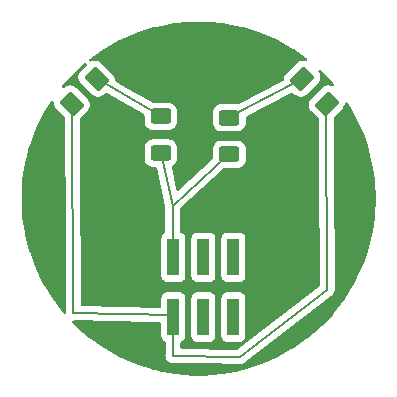
<source format=gbl>
%TF.GenerationSoftware,KiCad,Pcbnew,(6.99.0-2452-gdb4f2d9dd8)*%
%TF.CreationDate,2022-07-19T13:16:04+04:00*%
%TF.ProjectId,sticker holder,73746963-6b65-4722-9068-6f6c6465722e,rev?*%
%TF.SameCoordinates,Original*%
%TF.FileFunction,Copper,L2,Bot*%
%TF.FilePolarity,Positive*%
%FSLAX46Y46*%
G04 Gerber Fmt 4.6, Leading zero omitted, Abs format (unit mm)*
G04 Created by KiCad (PCBNEW (6.99.0-2452-gdb4f2d9dd8)) date 2022-07-19 13:16:04*
%MOMM*%
%LPD*%
G01*
G04 APERTURE LIST*
G04 Aperture macros list*
%AMRoundRect*
0 Rectangle with rounded corners*
0 $1 Rounding radius*
0 $2 $3 $4 $5 $6 $7 $8 $9 X,Y pos of 4 corners*
0 Add a 4 corners polygon primitive as box body*
4,1,4,$2,$3,$4,$5,$6,$7,$8,$9,$2,$3,0*
0 Add four circle primitives for the rounded corners*
1,1,$1+$1,$2,$3*
1,1,$1+$1,$4,$5*
1,1,$1+$1,$6,$7*
1,1,$1+$1,$8,$9*
0 Add four rect primitives between the rounded corners*
20,1,$1+$1,$2,$3,$4,$5,0*
20,1,$1+$1,$4,$5,$6,$7,0*
20,1,$1+$1,$6,$7,$8,$9,0*
20,1,$1+$1,$8,$9,$2,$3,0*%
G04 Aperture macros list end*
%TA.AperFunction,NonConductor*%
%ADD10C,0.200000*%
%TD*%
%TA.AperFunction,SMDPad,CuDef*%
%ADD11R,1.000000X3.150000*%
%TD*%
%TA.AperFunction,SMDPad,CuDef*%
%ADD12RoundRect,0.250000X0.625000X-0.400000X0.625000X0.400000X-0.625000X0.400000X-0.625000X-0.400000X0*%
%TD*%
%TA.AperFunction,SMDPad,CuDef*%
%ADD13RoundRect,0.250001X-0.768977X-0.114905X-0.114905X-0.768977X0.768977X0.114905X0.114905X0.768977X0*%
%TD*%
%TA.AperFunction,SMDPad,CuDef*%
%ADD14RoundRect,0.250001X0.114905X-0.768977X0.768977X-0.114905X-0.114905X0.768977X-0.768977X0.114905X0*%
%TD*%
G04 APERTURE END LIST*
D10*
X112500000Y-74100000D02*
X107000000Y-70900000D01*
X113500000Y-94400000D02*
X113600000Y-91000000D01*
X118300000Y-74200000D02*
X124600000Y-70900000D01*
X105100000Y-90800000D02*
X113600000Y-91000000D01*
X113500000Y-81700000D02*
X118200000Y-77400000D01*
X119200000Y-94500000D02*
X113500000Y-94400000D01*
X113500000Y-81700000D02*
X112500000Y-77200000D01*
X126600000Y-88800000D02*
X119200000Y-94500000D01*
X113500000Y-86000000D02*
X113500000Y-81700000D01*
X126500000Y-73000000D02*
X126600000Y-88800000D01*
X105000000Y-73100000D02*
X105100000Y-90800000D01*
D11*
X113559999Y-86074999D03*
X113559999Y-91124999D03*
X116099999Y-86074999D03*
X116099999Y-91124999D03*
X118639999Y-86074999D03*
X118639999Y-91124999D03*
D12*
X118300000Y-77350000D03*
X118300000Y-74250000D03*
X112500000Y-77250000D03*
X112500000Y-74150000D03*
D13*
X124448179Y-70948179D03*
X126551821Y-73051821D03*
D14*
X104948179Y-73051821D03*
X107051821Y-70948179D03*
%TA.AperFunction,NonConductor*%
G36*
X103375889Y-72823387D02*
G01*
X103415094Y-72882577D01*
X103420700Y-72919743D01*
X103420700Y-73025572D01*
X103422391Y-73032706D01*
X103422391Y-73032708D01*
X103439087Y-73103155D01*
X103461591Y-73198105D01*
X103541169Y-73356557D01*
X103545515Y-73361892D01*
X103593681Y-73421019D01*
X103607120Y-73437517D01*
X104361254Y-74191651D01*
X104395280Y-74253963D01*
X104398156Y-74280029D01*
X104454022Y-84168179D01*
X104491053Y-90722626D01*
X104471436Y-90790859D01*
X104418044Y-90837654D01*
X104347828Y-90848155D01*
X104283082Y-90819027D01*
X104268300Y-90804050D01*
X104253473Y-90786276D01*
X104250590Y-90782689D01*
X103424335Y-89715255D01*
X103419434Y-89708470D01*
X103416715Y-89704429D01*
X103335069Y-89583084D01*
X103332749Y-89579502D01*
X102611867Y-88422952D01*
X102607579Y-88415521D01*
X102543460Y-88295096D01*
X102541607Y-88291473D01*
X101934851Y-87054517D01*
X101931259Y-87046498D01*
X101886279Y-86935897D01*
X101884839Y-86932191D01*
X101740369Y-86542111D01*
X101400361Y-85624064D01*
X101397552Y-85615558D01*
X101369659Y-85519731D01*
X101368671Y-85516139D01*
X101014038Y-84146464D01*
X101012063Y-84137497D01*
X100998245Y-84061671D01*
X100997667Y-84058223D01*
X100972949Y-83896875D01*
X100779944Y-82637004D01*
X100778868Y-82627656D01*
X100774953Y-82577077D01*
X100774739Y-82573735D01*
X100701096Y-81121604D01*
X100700976Y-81118466D01*
X100700584Y-81103244D01*
X100700584Y-81096756D01*
X100700976Y-81081534D01*
X100701096Y-81078396D01*
X100774739Y-79626265D01*
X100774953Y-79622923D01*
X100778868Y-79572344D01*
X100779945Y-79562988D01*
X100941210Y-78510312D01*
X100997668Y-78141772D01*
X100998245Y-78138328D01*
X101012063Y-78062503D01*
X101014038Y-78053536D01*
X101076848Y-77810950D01*
X101368677Y-76683840D01*
X101369659Y-76680269D01*
X101397552Y-76584442D01*
X101400361Y-76575936D01*
X101740369Y-75657889D01*
X101884839Y-75267809D01*
X101886279Y-75264103D01*
X101931259Y-75153502D01*
X101934853Y-75145479D01*
X102541607Y-73908527D01*
X102543460Y-73904904D01*
X102607583Y-73784472D01*
X102611867Y-73777048D01*
X103098970Y-72995563D01*
X103187771Y-72853094D01*
X103240779Y-72805864D01*
X103310906Y-72794790D01*
X103375889Y-72823387D01*
G37*
%TD.AperFunction*%
%TA.AperFunction,NonConductor*%
G36*
X116356753Y-66119419D02*
G01*
X116565795Y-66130195D01*
X116572055Y-66130674D01*
X117866489Y-66262305D01*
X117873132Y-66263160D01*
X118078786Y-66295190D01*
X118084760Y-66296268D01*
X118829671Y-66449351D01*
X119360892Y-66558519D01*
X119367607Y-66560093D01*
X119566596Y-66612498D01*
X119572228Y-66614121D01*
X120817989Y-67004981D01*
X120824695Y-67007296D01*
X121013893Y-67078621D01*
X121019135Y-67080732D01*
X122222644Y-67597199D01*
X122229289Y-67600283D01*
X122405788Y-67688503D01*
X122410602Y-67691040D01*
X123560271Y-68329158D01*
X123566746Y-68333010D01*
X123728062Y-68435617D01*
X123732404Y-68438507D01*
X124816973Y-69193389D01*
X124823191Y-69198007D01*
X124852959Y-69221568D01*
X124893960Y-69279528D01*
X124897116Y-69350455D01*
X124861425Y-69411828D01*
X124798219Y-69444163D01*
X124745705Y-69442970D01*
X124692322Y-69430318D01*
X124658876Y-69422391D01*
X124658874Y-69422391D01*
X124651740Y-69420700D01*
X124474428Y-69420700D01*
X124467294Y-69422391D01*
X124467292Y-69422391D01*
X124433846Y-69430318D01*
X124301895Y-69461591D01*
X124143443Y-69541169D01*
X124062483Y-69607120D01*
X123107120Y-70562483D01*
X123041169Y-70643443D01*
X122961591Y-70801895D01*
X122920700Y-70974428D01*
X122920700Y-71016467D01*
X122900698Y-71084588D01*
X122853165Y-71128082D01*
X119117294Y-73084967D01*
X119046024Y-73098700D01*
X118978732Y-73091825D01*
X118978720Y-73091824D01*
X118975545Y-73091500D01*
X118300106Y-73091500D01*
X117624456Y-73091501D01*
X117621279Y-73091826D01*
X117621270Y-73091826D01*
X117572533Y-73096805D01*
X117520574Y-73102113D01*
X117352262Y-73157885D01*
X117201348Y-73250970D01*
X117075970Y-73376348D01*
X116982885Y-73527262D01*
X116980578Y-73534225D01*
X116935721Y-73669597D01*
X116927113Y-73695574D01*
X116926415Y-73702408D01*
X116926414Y-73702412D01*
X116925733Y-73709082D01*
X116916500Y-73799455D01*
X116916501Y-74700544D01*
X116916826Y-74703721D01*
X116916826Y-74703730D01*
X116917564Y-74710950D01*
X116927113Y-74804426D01*
X116982885Y-74972738D01*
X117075970Y-75123652D01*
X117201348Y-75249030D01*
X117352262Y-75342115D01*
X117415807Y-75363171D01*
X117514048Y-75395725D01*
X117514052Y-75395726D01*
X117520574Y-75397887D01*
X117527408Y-75398585D01*
X117527412Y-75398586D01*
X117621271Y-75408175D01*
X117621277Y-75408175D01*
X117624455Y-75408500D01*
X118299894Y-75408500D01*
X118975544Y-75408499D01*
X118978721Y-75408174D01*
X118978730Y-75408174D01*
X119027467Y-75403195D01*
X119079426Y-75397887D01*
X119247738Y-75342115D01*
X119398652Y-75249030D01*
X119524030Y-75123652D01*
X119617115Y-74972738D01*
X119638171Y-74909193D01*
X119670725Y-74810952D01*
X119670726Y-74810948D01*
X119672887Y-74804426D01*
X119683104Y-74704426D01*
X119683175Y-74703729D01*
X119683175Y-74703723D01*
X119683500Y-74700545D01*
X119683499Y-74238474D01*
X119703501Y-74170353D01*
X119751033Y-74126860D01*
X121423186Y-73250970D01*
X123553492Y-72135096D01*
X123623117Y-72121206D01*
X123689198Y-72147163D01*
X123701052Y-72157616D01*
X123832674Y-72289238D01*
X123913633Y-72355189D01*
X124072085Y-72434767D01*
X124158352Y-72455213D01*
X124237482Y-72473967D01*
X124237484Y-72473967D01*
X124244618Y-72475658D01*
X124421930Y-72475658D01*
X124429064Y-72473967D01*
X124429066Y-72473967D01*
X124508196Y-72455213D01*
X124594463Y-72434767D01*
X124752915Y-72355189D01*
X124833875Y-72289238D01*
X125789238Y-71333875D01*
X125855189Y-71252915D01*
X125934767Y-71094463D01*
X125975658Y-70921930D01*
X125975658Y-70744618D01*
X125934767Y-70572085D01*
X125855189Y-70413633D01*
X125850846Y-70408302D01*
X125850843Y-70408297D01*
X125841197Y-70396457D01*
X125813680Y-70331010D01*
X125825915Y-70261076D01*
X125874017Y-70208858D01*
X125942714Y-70190935D01*
X126010196Y-70212998D01*
X126026826Y-70226642D01*
X126110482Y-70308171D01*
X126113865Y-70311596D01*
X127036236Y-71281930D01*
X127041665Y-71288025D01*
X127133600Y-71398228D01*
X127161878Y-71463350D01*
X127150460Y-71533423D01*
X127102971Y-71586198D01*
X127034487Y-71604921D01*
X126980298Y-71591540D01*
X126934476Y-71568527D01*
X126934468Y-71568524D01*
X126927915Y-71565233D01*
X126793698Y-71533423D01*
X126762518Y-71526033D01*
X126762516Y-71526033D01*
X126755382Y-71524342D01*
X126578070Y-71524342D01*
X126570936Y-71526033D01*
X126570934Y-71526033D01*
X126539754Y-71533423D01*
X126405537Y-71565233D01*
X126247085Y-71644811D01*
X126166125Y-71710762D01*
X125210762Y-72666125D01*
X125144811Y-72747085D01*
X125065233Y-72905537D01*
X125063542Y-72912673D01*
X125029673Y-73055578D01*
X125024342Y-73078070D01*
X125024342Y-73255382D01*
X125065233Y-73427915D01*
X125144811Y-73586367D01*
X125210762Y-73667326D01*
X125863499Y-74320063D01*
X125897525Y-74382375D01*
X125900401Y-74408361D01*
X125928144Y-78791718D01*
X125989103Y-88422952D01*
X125989208Y-88439596D01*
X125969638Y-88507842D01*
X125940101Y-88540212D01*
X119032514Y-93860920D01*
X118966343Y-93886642D01*
X118953421Y-93887080D01*
X114253822Y-93804632D01*
X114186064Y-93783438D01*
X114140520Y-93728975D01*
X114130088Y-93674947D01*
X114141227Y-93296222D01*
X114163224Y-93228718D01*
X114223140Y-93181870D01*
X114277833Y-93161471D01*
X114297762Y-93154038D01*
X114297764Y-93154037D01*
X114306204Y-93150889D01*
X114313421Y-93145487D01*
X114416050Y-93068659D01*
X114423261Y-93063261D01*
X114510889Y-92946204D01*
X114561989Y-92809201D01*
X114568500Y-92748638D01*
X115091500Y-92748638D01*
X115098011Y-92809201D01*
X115149111Y-92946204D01*
X115236739Y-93063261D01*
X115243950Y-93068659D01*
X115346580Y-93145487D01*
X115353796Y-93150889D01*
X115490799Y-93201989D01*
X115527705Y-93205957D01*
X115548012Y-93208140D01*
X115548015Y-93208140D01*
X115551362Y-93208500D01*
X116648638Y-93208500D01*
X116651985Y-93208140D01*
X116651988Y-93208140D01*
X116672295Y-93205957D01*
X116709201Y-93201989D01*
X116846204Y-93150889D01*
X116853421Y-93145487D01*
X116956050Y-93068659D01*
X116963261Y-93063261D01*
X117050889Y-92946204D01*
X117101989Y-92809201D01*
X117108500Y-92748638D01*
X117631500Y-92748638D01*
X117638011Y-92809201D01*
X117689111Y-92946204D01*
X117776739Y-93063261D01*
X117783950Y-93068659D01*
X117886580Y-93145487D01*
X117893796Y-93150889D01*
X118030799Y-93201989D01*
X118067705Y-93205957D01*
X118088012Y-93208140D01*
X118088015Y-93208140D01*
X118091362Y-93208500D01*
X119188638Y-93208500D01*
X119191985Y-93208140D01*
X119191988Y-93208140D01*
X119212295Y-93205957D01*
X119249201Y-93201989D01*
X119386204Y-93150889D01*
X119393421Y-93145487D01*
X119496050Y-93068659D01*
X119503261Y-93063261D01*
X119590889Y-92946204D01*
X119641989Y-92809201D01*
X119648500Y-92748638D01*
X119648500Y-89501362D01*
X119641989Y-89440799D01*
X119590889Y-89303796D01*
X119556405Y-89257730D01*
X119508659Y-89193950D01*
X119503261Y-89186739D01*
X119445602Y-89143576D01*
X119393418Y-89104511D01*
X119393416Y-89104510D01*
X119386204Y-89099111D01*
X119249201Y-89048011D01*
X119212295Y-89044043D01*
X119191988Y-89041860D01*
X119191985Y-89041860D01*
X119188638Y-89041500D01*
X118091362Y-89041500D01*
X118088015Y-89041860D01*
X118088012Y-89041860D01*
X118067705Y-89044043D01*
X118030799Y-89048011D01*
X117893796Y-89099111D01*
X117886584Y-89104510D01*
X117886582Y-89104511D01*
X117834398Y-89143576D01*
X117776739Y-89186739D01*
X117771341Y-89193950D01*
X117723596Y-89257730D01*
X117689111Y-89303796D01*
X117638011Y-89440799D01*
X117631500Y-89501362D01*
X117631500Y-92748638D01*
X117108500Y-92748638D01*
X117108500Y-89501362D01*
X117101989Y-89440799D01*
X117050889Y-89303796D01*
X117016405Y-89257730D01*
X116968659Y-89193950D01*
X116963261Y-89186739D01*
X116905602Y-89143576D01*
X116853418Y-89104511D01*
X116853416Y-89104510D01*
X116846204Y-89099111D01*
X116709201Y-89048011D01*
X116672295Y-89044043D01*
X116651988Y-89041860D01*
X116651985Y-89041860D01*
X116648638Y-89041500D01*
X115551362Y-89041500D01*
X115548015Y-89041860D01*
X115548012Y-89041860D01*
X115527705Y-89044043D01*
X115490799Y-89048011D01*
X115353796Y-89099111D01*
X115346584Y-89104510D01*
X115346582Y-89104511D01*
X115294398Y-89143576D01*
X115236739Y-89186739D01*
X115231341Y-89193950D01*
X115183596Y-89257730D01*
X115149111Y-89303796D01*
X115098011Y-89440799D01*
X115091500Y-89501362D01*
X115091500Y-92748638D01*
X114568500Y-92748638D01*
X114568500Y-89501362D01*
X114561989Y-89440799D01*
X114510889Y-89303796D01*
X114476405Y-89257730D01*
X114428659Y-89193950D01*
X114423261Y-89186739D01*
X114365602Y-89143576D01*
X114313418Y-89104511D01*
X114313416Y-89104510D01*
X114306204Y-89099111D01*
X114169201Y-89048011D01*
X114132295Y-89044043D01*
X114111988Y-89041860D01*
X114111985Y-89041860D01*
X114108638Y-89041500D01*
X113011362Y-89041500D01*
X113008015Y-89041860D01*
X113008012Y-89041860D01*
X112987705Y-89044043D01*
X112950799Y-89048011D01*
X112813796Y-89099111D01*
X112806584Y-89104510D01*
X112806582Y-89104511D01*
X112754398Y-89143576D01*
X112696739Y-89186739D01*
X112691341Y-89193950D01*
X112643596Y-89257730D01*
X112609111Y-89303796D01*
X112558011Y-89440799D01*
X112551500Y-89501362D01*
X112551500Y-90237662D01*
X112531498Y-90305783D01*
X112477842Y-90352276D01*
X112422538Y-90363627D01*
X105827494Y-90208449D01*
X105759864Y-90186850D01*
X105714646Y-90132116D01*
X105704461Y-90083196D01*
X105638126Y-78342115D01*
X105629410Y-76799455D01*
X111116500Y-76799455D01*
X111116501Y-77700544D01*
X111127113Y-77804426D01*
X111182885Y-77972738D01*
X111275970Y-78123652D01*
X111401348Y-78249030D01*
X111552262Y-78342115D01*
X111615807Y-78363171D01*
X111714048Y-78395725D01*
X111714052Y-78395726D01*
X111720574Y-78397887D01*
X111727408Y-78398585D01*
X111727412Y-78398586D01*
X111821271Y-78408175D01*
X111821277Y-78408175D01*
X111824455Y-78408500D01*
X112044138Y-78408500D01*
X112112259Y-78428502D01*
X112158752Y-78482158D01*
X112167138Y-78507167D01*
X112888500Y-81753298D01*
X112891500Y-81780631D01*
X112891500Y-83933383D01*
X112871498Y-84001504D01*
X112825887Y-84043970D01*
X112822240Y-84045962D01*
X112813796Y-84049111D01*
X112696739Y-84136739D01*
X112609111Y-84253796D01*
X112558011Y-84390799D01*
X112551500Y-84451362D01*
X112551500Y-87698638D01*
X112558011Y-87759201D01*
X112609111Y-87896204D01*
X112696739Y-88013261D01*
X112813796Y-88100889D01*
X112950799Y-88151989D01*
X112987705Y-88155957D01*
X113008012Y-88158140D01*
X113008015Y-88158140D01*
X113011362Y-88158500D01*
X114108638Y-88158500D01*
X114111985Y-88158140D01*
X114111988Y-88158140D01*
X114132295Y-88155957D01*
X114169201Y-88151989D01*
X114306204Y-88100889D01*
X114423261Y-88013261D01*
X114510889Y-87896204D01*
X114561989Y-87759201D01*
X114568500Y-87698638D01*
X115091500Y-87698638D01*
X115098011Y-87759201D01*
X115149111Y-87896204D01*
X115236739Y-88013261D01*
X115353796Y-88100889D01*
X115490799Y-88151989D01*
X115527705Y-88155957D01*
X115548012Y-88158140D01*
X115548015Y-88158140D01*
X115551362Y-88158500D01*
X116648638Y-88158500D01*
X116651985Y-88158140D01*
X116651988Y-88158140D01*
X116672295Y-88155957D01*
X116709201Y-88151989D01*
X116846204Y-88100889D01*
X116963261Y-88013261D01*
X117050889Y-87896204D01*
X117101989Y-87759201D01*
X117108500Y-87698638D01*
X117631500Y-87698638D01*
X117638011Y-87759201D01*
X117689111Y-87896204D01*
X117776739Y-88013261D01*
X117893796Y-88100889D01*
X118030799Y-88151989D01*
X118067705Y-88155957D01*
X118088012Y-88158140D01*
X118088015Y-88158140D01*
X118091362Y-88158500D01*
X119188638Y-88158500D01*
X119191985Y-88158140D01*
X119191988Y-88158140D01*
X119212295Y-88155957D01*
X119249201Y-88151989D01*
X119386204Y-88100889D01*
X119503261Y-88013261D01*
X119590889Y-87896204D01*
X119641989Y-87759201D01*
X119648500Y-87698638D01*
X119648500Y-84451362D01*
X119641989Y-84390799D01*
X119590889Y-84253796D01*
X119503261Y-84136739D01*
X119403064Y-84061732D01*
X119393418Y-84054511D01*
X119393416Y-84054510D01*
X119386204Y-84049111D01*
X119249201Y-83998011D01*
X119212295Y-83994043D01*
X119191988Y-83991860D01*
X119191985Y-83991860D01*
X119188638Y-83991500D01*
X118091362Y-83991500D01*
X118088015Y-83991860D01*
X118088012Y-83991860D01*
X118067705Y-83994043D01*
X118030799Y-83998011D01*
X117893796Y-84049111D01*
X117886584Y-84054510D01*
X117886582Y-84054511D01*
X117876936Y-84061732D01*
X117776739Y-84136739D01*
X117689111Y-84253796D01*
X117638011Y-84390799D01*
X117631500Y-84451362D01*
X117631500Y-87698638D01*
X117108500Y-87698638D01*
X117108500Y-84451362D01*
X117101989Y-84390799D01*
X117050889Y-84253796D01*
X116963261Y-84136739D01*
X116863064Y-84061732D01*
X116853418Y-84054511D01*
X116853416Y-84054510D01*
X116846204Y-84049111D01*
X116709201Y-83998011D01*
X116672295Y-83994043D01*
X116651988Y-83991860D01*
X116651985Y-83991860D01*
X116648638Y-83991500D01*
X115551362Y-83991500D01*
X115548015Y-83991860D01*
X115548012Y-83991860D01*
X115527705Y-83994043D01*
X115490799Y-83998011D01*
X115353796Y-84049111D01*
X115346584Y-84054510D01*
X115346582Y-84054511D01*
X115336936Y-84061732D01*
X115236739Y-84136739D01*
X115149111Y-84253796D01*
X115098011Y-84390799D01*
X115091500Y-84451362D01*
X115091500Y-87698638D01*
X114568500Y-87698638D01*
X114568500Y-84451362D01*
X114561989Y-84390799D01*
X114510889Y-84253796D01*
X114423261Y-84136739D01*
X114323064Y-84061732D01*
X114313418Y-84054511D01*
X114313416Y-84054510D01*
X114306204Y-84049111D01*
X114190467Y-84005943D01*
X114133632Y-83963396D01*
X114108821Y-83896875D01*
X114108500Y-83887887D01*
X114108500Y-82023531D01*
X114128502Y-81955410D01*
X114149448Y-81930568D01*
X117853738Y-78541537D01*
X117917500Y-78510312D01*
X117938790Y-78508500D01*
X118908797Y-78508499D01*
X118975544Y-78508499D01*
X118978721Y-78508174D01*
X118978730Y-78508174D01*
X119027467Y-78503195D01*
X119079426Y-78497887D01*
X119247738Y-78442115D01*
X119398652Y-78349030D01*
X119524030Y-78223652D01*
X119617115Y-78072738D01*
X119638171Y-78009193D01*
X119670725Y-77910952D01*
X119670726Y-77910948D01*
X119672887Y-77904426D01*
X119683104Y-77804426D01*
X119683175Y-77803729D01*
X119683175Y-77803723D01*
X119683500Y-77800545D01*
X119683499Y-76899456D01*
X119672887Y-76795574D01*
X119617115Y-76627262D01*
X119524030Y-76476348D01*
X119398652Y-76350970D01*
X119247738Y-76257885D01*
X119184193Y-76236829D01*
X119085952Y-76204275D01*
X119085948Y-76204274D01*
X119079426Y-76202113D01*
X119072592Y-76201415D01*
X119072588Y-76201414D01*
X118978729Y-76191825D01*
X118978723Y-76191825D01*
X118975545Y-76191500D01*
X118300106Y-76191500D01*
X117624456Y-76191501D01*
X117621279Y-76191826D01*
X117621270Y-76191826D01*
X117572533Y-76196805D01*
X117520574Y-76202113D01*
X117352262Y-76257885D01*
X117201348Y-76350970D01*
X117075970Y-76476348D01*
X116982885Y-76627262D01*
X116927113Y-76795574D01*
X116926415Y-76802408D01*
X116926414Y-76802412D01*
X116916825Y-76896270D01*
X116916500Y-76899455D01*
X116916500Y-76902660D01*
X116916501Y-77694022D01*
X116896499Y-77762143D01*
X116875553Y-77786985D01*
X114026493Y-80393572D01*
X113962732Y-80424796D01*
X113892211Y-80416592D01*
X113837321Y-80371564D01*
X113818442Y-80327941D01*
X113405104Y-78467919D01*
X113409853Y-78397082D01*
X113452145Y-78340056D01*
X113461957Y-78333345D01*
X113592404Y-78252884D01*
X113592405Y-78252883D01*
X113598652Y-78249030D01*
X113724030Y-78123652D01*
X113817115Y-77972738D01*
X113872887Y-77804426D01*
X113878497Y-77749522D01*
X113883175Y-77703729D01*
X113883175Y-77703723D01*
X113883500Y-77700545D01*
X113883499Y-76799456D01*
X113883103Y-76795574D01*
X113878195Y-76747533D01*
X113872887Y-76695574D01*
X113817115Y-76527262D01*
X113724030Y-76376348D01*
X113598652Y-76250970D01*
X113447738Y-76157885D01*
X113384193Y-76136829D01*
X113285952Y-76104275D01*
X113285948Y-76104274D01*
X113279426Y-76102113D01*
X113272592Y-76101415D01*
X113272588Y-76101414D01*
X113178729Y-76091825D01*
X113178723Y-76091825D01*
X113175545Y-76091500D01*
X112500106Y-76091500D01*
X111824456Y-76091501D01*
X111821279Y-76091826D01*
X111821270Y-76091826D01*
X111772533Y-76096805D01*
X111720574Y-76102113D01*
X111552262Y-76157885D01*
X111401348Y-76250970D01*
X111275970Y-76376348D01*
X111182885Y-76527262D01*
X111166756Y-76575936D01*
X111147442Y-76634225D01*
X111127113Y-76695574D01*
X111126415Y-76702408D01*
X111126414Y-76702412D01*
X111116825Y-76796270D01*
X111116500Y-76799455D01*
X105629410Y-76799455D01*
X105615818Y-74393649D01*
X105635435Y-74325417D01*
X105652721Y-74303843D01*
X106289238Y-73667326D01*
X106355189Y-73586367D01*
X106434767Y-73427915D01*
X106475658Y-73255382D01*
X106475658Y-73078070D01*
X106470328Y-73055578D01*
X106436458Y-72912673D01*
X106434767Y-72905537D01*
X106355189Y-72747085D01*
X106289238Y-72666125D01*
X105333875Y-71710762D01*
X105252915Y-71644811D01*
X105094463Y-71565233D01*
X104960246Y-71533423D01*
X104929066Y-71526033D01*
X104929064Y-71526033D01*
X104921930Y-71524342D01*
X104744618Y-71524342D01*
X104737484Y-71526033D01*
X104737482Y-71526033D01*
X104706302Y-71533423D01*
X104572085Y-71565233D01*
X104413633Y-71644811D01*
X104408298Y-71649157D01*
X104347023Y-71699073D01*
X104281576Y-71726589D01*
X104211642Y-71714353D01*
X104159424Y-71666251D01*
X104141502Y-71597554D01*
X104167806Y-71524259D01*
X104250590Y-71417311D01*
X104253475Y-71413721D01*
X104358335Y-71288025D01*
X104363764Y-71281930D01*
X105286135Y-70311596D01*
X105289518Y-70308171D01*
X105337841Y-70261076D01*
X105414468Y-70186397D01*
X105420329Y-70181035D01*
X105814280Y-69842840D01*
X106029428Y-69658141D01*
X106094144Y-69628946D01*
X106164371Y-69639374D01*
X106217812Y-69686113D01*
X106237500Y-69754325D01*
X106217184Y-69822353D01*
X106200596Y-69842840D01*
X105710762Y-70332674D01*
X105644811Y-70413633D01*
X105565233Y-70572085D01*
X105524342Y-70744618D01*
X105524342Y-70921930D01*
X105565233Y-71094463D01*
X105644811Y-71252915D01*
X105710762Y-71333875D01*
X106666125Y-72289238D01*
X106747085Y-72355189D01*
X106905537Y-72434767D01*
X106991804Y-72455213D01*
X107070934Y-72473967D01*
X107070936Y-72473967D01*
X107078070Y-72475658D01*
X107255382Y-72475658D01*
X107262516Y-72473967D01*
X107262518Y-72473967D01*
X107341648Y-72455213D01*
X107427915Y-72434767D01*
X107586367Y-72355189D01*
X107667326Y-72289238D01*
X107786467Y-72170097D01*
X107848779Y-72136071D01*
X107919594Y-72141136D01*
X107938927Y-72150284D01*
X111053865Y-73962611D01*
X111102686Y-74014157D01*
X111116500Y-74071519D01*
X111116501Y-74341043D01*
X111116501Y-74600544D01*
X111127113Y-74704426D01*
X111182885Y-74872738D01*
X111275970Y-75023652D01*
X111401348Y-75149030D01*
X111552262Y-75242115D01*
X111615807Y-75263171D01*
X111714048Y-75295725D01*
X111714052Y-75295726D01*
X111720574Y-75297887D01*
X111727408Y-75298585D01*
X111727412Y-75298586D01*
X111821271Y-75308175D01*
X111821277Y-75308175D01*
X111824455Y-75308500D01*
X112499894Y-75308500D01*
X113175544Y-75308499D01*
X113178721Y-75308174D01*
X113178730Y-75308174D01*
X113227467Y-75303195D01*
X113279426Y-75297887D01*
X113447738Y-75242115D01*
X113598652Y-75149030D01*
X113724030Y-75023652D01*
X113817115Y-74872738D01*
X113872887Y-74704426D01*
X113873612Y-74697338D01*
X113883175Y-74603729D01*
X113883175Y-74603723D01*
X113883500Y-74600545D01*
X113883499Y-73699456D01*
X113883103Y-73695574D01*
X113873585Y-73602411D01*
X113872887Y-73595574D01*
X113817115Y-73427262D01*
X113724030Y-73276348D01*
X113598652Y-73150970D01*
X113447738Y-73057885D01*
X113384193Y-73036829D01*
X113285952Y-73004275D01*
X113285948Y-73004274D01*
X113279426Y-73002113D01*
X113272592Y-73001415D01*
X113272588Y-73001414D01*
X113178729Y-72991825D01*
X113178723Y-72991825D01*
X113175545Y-72991500D01*
X112928131Y-72991500D01*
X111838753Y-72991501D01*
X111775388Y-72974409D01*
X111736825Y-72951972D01*
X109583404Y-71699073D01*
X108641935Y-71151309D01*
X108593114Y-71099763D01*
X108579300Y-71042401D01*
X108579300Y-70974428D01*
X108538409Y-70801895D01*
X108458831Y-70643443D01*
X108392880Y-70562483D01*
X107437517Y-69607120D01*
X107356557Y-69541169D01*
X107198105Y-69461591D01*
X107066154Y-69430318D01*
X107032708Y-69422391D01*
X107032706Y-69422391D01*
X107025572Y-69420700D01*
X106848260Y-69420700D01*
X106841126Y-69422391D01*
X106841124Y-69422391D01*
X106807678Y-69430318D01*
X106675727Y-69461591D01*
X106621984Y-69488582D01*
X106593341Y-69502967D01*
X106523489Y-69515665D01*
X106457861Y-69488582D01*
X106417293Y-69430318D01*
X106414665Y-69359370D01*
X106450811Y-69298264D01*
X106458595Y-69291570D01*
X106576810Y-69198006D01*
X106583027Y-69193389D01*
X107667596Y-68438507D01*
X107671938Y-68435617D01*
X107833254Y-68333010D01*
X107839729Y-68329158D01*
X108989398Y-67691040D01*
X108994212Y-67688503D01*
X109170711Y-67600283D01*
X109177356Y-67597199D01*
X110380865Y-67080732D01*
X110386107Y-67078621D01*
X110575305Y-67007296D01*
X110582011Y-67004981D01*
X111827772Y-66614121D01*
X111833404Y-66612498D01*
X112032393Y-66560093D01*
X112039108Y-66558519D01*
X112570329Y-66449351D01*
X113315240Y-66296268D01*
X113321214Y-66295190D01*
X113526868Y-66263160D01*
X113533511Y-66262305D01*
X114827945Y-66130674D01*
X114834205Y-66130195D01*
X115043247Y-66119419D01*
X115049734Y-66119252D01*
X116350266Y-66119252D01*
X116356753Y-66119419D01*
G37*
%TD.AperFunction*%
%TA.AperFunction,NonConductor*%
G36*
X128244663Y-72951972D02*
G01*
X128300702Y-72995563D01*
X128305369Y-73002523D01*
X128574952Y-73435030D01*
X128788133Y-73777048D01*
X128792417Y-73784472D01*
X128856540Y-73904904D01*
X128858393Y-73908527D01*
X129465147Y-75145479D01*
X129468741Y-75153502D01*
X129513721Y-75264103D01*
X129515161Y-75267809D01*
X129659631Y-75657889D01*
X129999639Y-76575936D01*
X130002448Y-76584442D01*
X130030341Y-76680269D01*
X130031323Y-76683840D01*
X130323152Y-77810950D01*
X130385962Y-78053536D01*
X130387937Y-78062503D01*
X130401755Y-78138328D01*
X130402332Y-78141772D01*
X130458791Y-78510312D01*
X130620055Y-79562988D01*
X130621132Y-79572344D01*
X130625047Y-79622923D01*
X130625261Y-79626265D01*
X130698904Y-81078396D01*
X130699024Y-81081534D01*
X130699416Y-81096756D01*
X130699416Y-81103244D01*
X130699024Y-81118466D01*
X130698904Y-81121604D01*
X130625261Y-82573735D01*
X130625047Y-82577077D01*
X130621132Y-82627656D01*
X130620056Y-82637004D01*
X130427051Y-83896875D01*
X130402333Y-84058223D01*
X130401755Y-84061671D01*
X130387937Y-84137497D01*
X130385962Y-84146464D01*
X130031329Y-85516139D01*
X130030341Y-85519731D01*
X130002448Y-85615558D01*
X129999639Y-85624064D01*
X129659631Y-86542111D01*
X129515161Y-86932191D01*
X129513721Y-86935897D01*
X129468741Y-87046498D01*
X129465149Y-87054517D01*
X128858393Y-88291473D01*
X128856540Y-88295096D01*
X128792421Y-88415521D01*
X128788133Y-88422952D01*
X128067251Y-89579502D01*
X128064931Y-89583084D01*
X127983285Y-89704429D01*
X127980566Y-89708470D01*
X127975665Y-89715255D01*
X127149410Y-90782689D01*
X127146525Y-90786279D01*
X127041665Y-90911975D01*
X127036236Y-90918070D01*
X126113865Y-91888404D01*
X126110482Y-91891829D01*
X125985539Y-92013596D01*
X125979678Y-92018958D01*
X124971001Y-92884879D01*
X124967158Y-92888047D01*
X124893679Y-92946204D01*
X124823190Y-93001994D01*
X124816978Y-93006607D01*
X123732404Y-93761493D01*
X123728062Y-93764383D01*
X123566746Y-93866990D01*
X123560271Y-93870842D01*
X122410602Y-94508960D01*
X122405788Y-94511497D01*
X122229289Y-94599717D01*
X122222644Y-94602801D01*
X121859916Y-94758460D01*
X121043920Y-95108632D01*
X121019135Y-95119268D01*
X121013900Y-95121376D01*
X120824695Y-95192704D01*
X120817989Y-95195019D01*
X119667642Y-95555942D01*
X119572227Y-95585879D01*
X119566596Y-95587502D01*
X119367607Y-95639907D01*
X119360892Y-95641481D01*
X118829671Y-95750649D01*
X118084760Y-95903732D01*
X118078786Y-95904810D01*
X117873132Y-95936840D01*
X117866489Y-95937695D01*
X116572055Y-96069326D01*
X116565795Y-96069805D01*
X116356753Y-96080581D01*
X116350266Y-96080748D01*
X115049734Y-96080748D01*
X115043247Y-96080581D01*
X114834205Y-96069805D01*
X114827945Y-96069326D01*
X113533511Y-95937695D01*
X113526868Y-95936840D01*
X113321214Y-95904810D01*
X113315240Y-95903732D01*
X112570329Y-95750649D01*
X112039108Y-95641481D01*
X112032393Y-95639907D01*
X111833404Y-95587502D01*
X111827773Y-95585879D01*
X111732358Y-95555942D01*
X110582011Y-95195019D01*
X110575305Y-95192704D01*
X110386100Y-95121376D01*
X110380865Y-95119268D01*
X110356081Y-95108632D01*
X109540084Y-94758460D01*
X109177356Y-94602801D01*
X109170711Y-94599717D01*
X108994212Y-94511497D01*
X108989398Y-94508960D01*
X107839729Y-93870842D01*
X107833254Y-93866990D01*
X107671938Y-93764383D01*
X107667596Y-93761493D01*
X106583022Y-93006607D01*
X106576810Y-93001994D01*
X106506321Y-92946204D01*
X106432842Y-92888047D01*
X106428999Y-92884879D01*
X105420322Y-92018958D01*
X105414461Y-92013596D01*
X105289518Y-91891829D01*
X105286135Y-91888404D01*
X105035323Y-91624550D01*
X105002888Y-91561396D01*
X105009745Y-91490731D01*
X105053717Y-91434991D01*
X105109494Y-91412913D01*
X105124471Y-91410855D01*
X105144588Y-91409717D01*
X111590920Y-91561396D01*
X112428464Y-91581103D01*
X112496095Y-91602702D01*
X112541313Y-91657436D01*
X112551500Y-91707068D01*
X112551500Y-92748638D01*
X112558011Y-92809201D01*
X112609111Y-92946204D01*
X112696739Y-93063261D01*
X112703950Y-93068659D01*
X112806579Y-93145487D01*
X112806582Y-93145489D01*
X112813796Y-93150889D01*
X112842173Y-93161473D01*
X112899005Y-93204018D01*
X112923816Y-93270538D01*
X112924083Y-93283223D01*
X112906323Y-93887080D01*
X112893050Y-94338363D01*
X112891719Y-94353289D01*
X112886343Y-94389234D01*
X112887278Y-94397446D01*
X112894903Y-94464426D01*
X112895063Y-94465910D01*
X112901966Y-94533688D01*
X112901969Y-94533707D01*
X112902748Y-94541352D01*
X112904052Y-94544783D01*
X112904467Y-94548426D01*
X112907276Y-94555559D01*
X112907277Y-94555562D01*
X112932230Y-94618924D01*
X112932763Y-94620303D01*
X112959684Y-94691116D01*
X112961831Y-94694091D01*
X112963175Y-94697504D01*
X112967744Y-94703680D01*
X112967748Y-94703686D01*
X113008271Y-94758460D01*
X113009068Y-94759549D01*
X113053442Y-94821041D01*
X113056285Y-94823358D01*
X113058467Y-94826308D01*
X113064473Y-94831086D01*
X113117724Y-94873451D01*
X113118816Y-94874330D01*
X113177630Y-94922272D01*
X113180980Y-94923776D01*
X113183849Y-94926059D01*
X113223609Y-94943351D01*
X113253235Y-94956236D01*
X113254603Y-94956840D01*
X113316782Y-94984765D01*
X113316786Y-94984766D01*
X113323790Y-94987912D01*
X113327413Y-94988498D01*
X113330775Y-94989960D01*
X113338375Y-94991097D01*
X113338377Y-94991097D01*
X113405633Y-95001155D01*
X113407108Y-95001384D01*
X113473803Y-95012168D01*
X113473805Y-95012168D01*
X113481956Y-95013486D01*
X113494898Y-95012168D01*
X113518115Y-95009804D01*
X113533090Y-95009175D01*
X116324172Y-95058141D01*
X119110855Y-95107029D01*
X119116491Y-95107444D01*
X119121015Y-95108647D01*
X119129272Y-95108632D01*
X119129274Y-95108632D01*
X119160132Y-95108575D01*
X119194025Y-95108512D01*
X119196411Y-95108531D01*
X119214213Y-95108843D01*
X119225090Y-95109034D01*
X119225093Y-95109034D01*
X119229205Y-95109106D01*
X119233294Y-95108640D01*
X119234738Y-95108571D01*
X119240543Y-95108426D01*
X119246685Y-95108415D01*
X119281237Y-95108351D01*
X119289208Y-95106199D01*
X119289210Y-95106199D01*
X119305195Y-95101884D01*
X119323769Y-95098340D01*
X119348426Y-95095533D01*
X119384828Y-95081197D01*
X119398152Y-95076791D01*
X119427946Y-95068749D01*
X119427948Y-95068748D01*
X119435921Y-95066596D01*
X119457386Y-95054150D01*
X119474416Y-95045918D01*
X119489813Y-95039854D01*
X119489815Y-95039853D01*
X119497504Y-95036825D01*
X119530215Y-95012624D01*
X119534960Y-95009280D01*
X119536158Y-95008476D01*
X119539726Y-95006408D01*
X119542991Y-95003893D01*
X119543000Y-95003887D01*
X119559838Y-94990916D01*
X119565718Y-94986388D01*
X119567597Y-94984968D01*
X119626307Y-94941533D01*
X119629221Y-94937870D01*
X119633503Y-94934174D01*
X126908271Y-89330637D01*
X126909216Y-89330000D01*
X126910233Y-89329571D01*
X126972043Y-89281518D01*
X126972488Y-89281173D01*
X127000564Y-89259546D01*
X127002922Y-89257730D01*
X127003691Y-89256958D01*
X127004592Y-89256213D01*
X127036725Y-89231231D01*
X127055023Y-89207069D01*
X127066205Y-89194214D01*
X127081780Y-89178582D01*
X127081785Y-89178575D01*
X127087612Y-89172727D01*
X127091729Y-89165566D01*
X127091731Y-89165563D01*
X127104371Y-89143576D01*
X127113160Y-89130305D01*
X127128468Y-89110092D01*
X127128472Y-89110085D01*
X127133456Y-89103504D01*
X127144882Y-89075418D01*
X127152355Y-89060106D01*
X127163350Y-89040981D01*
X127163350Y-89040980D01*
X127167465Y-89033823D01*
X127176108Y-89001328D01*
X127181162Y-88986236D01*
X127190721Y-88962739D01*
X127193831Y-88955094D01*
X127197598Y-88925012D01*
X127200855Y-88908282D01*
X127206525Y-88886962D01*
X127208647Y-88878985D01*
X127208572Y-88838260D01*
X127208605Y-88837110D01*
X127208740Y-88836033D01*
X127208500Y-88798013D01*
X127208497Y-88797452D01*
X127208357Y-88721912D01*
X127208357Y-88721910D01*
X127208351Y-88718764D01*
X127208064Y-88717701D01*
X127207984Y-88716556D01*
X127143374Y-78508174D01*
X127116530Y-74266856D01*
X127136100Y-74198611D01*
X127153432Y-74176965D01*
X127892880Y-73437517D01*
X127906320Y-73421019D01*
X127954485Y-73361892D01*
X127958831Y-73356557D01*
X128038409Y-73198105D01*
X128060913Y-73103155D01*
X128075849Y-73040134D01*
X128111022Y-72978463D01*
X128173953Y-72945597D01*
X128244663Y-72951972D01*
G37*
%TD.AperFunction*%
M02*

</source>
